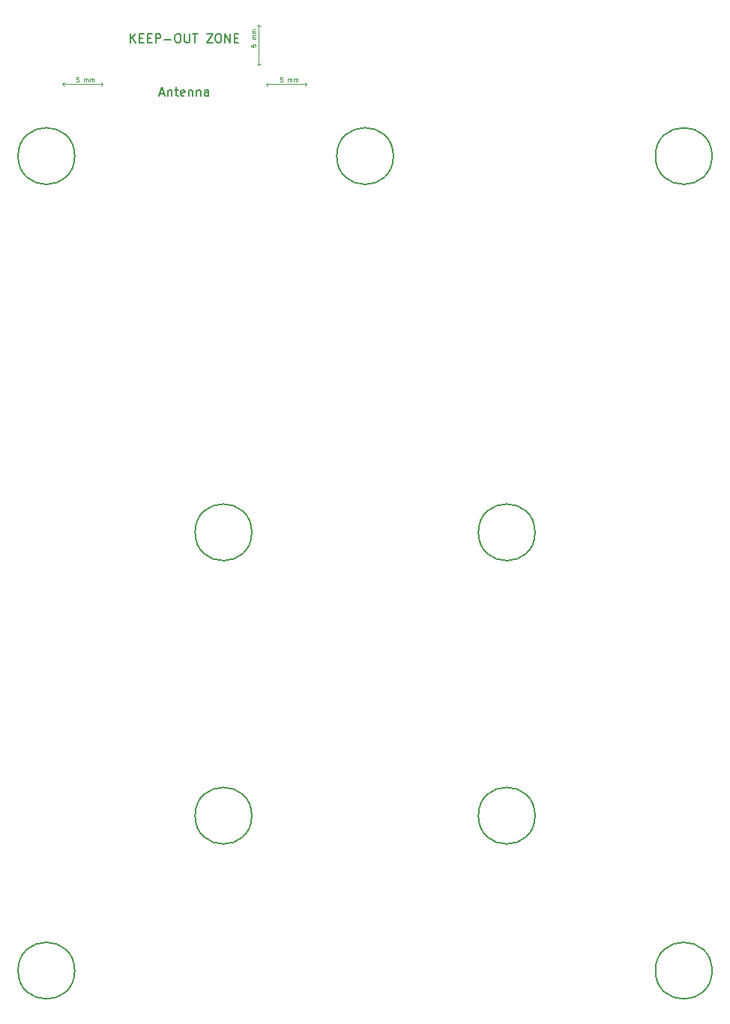
<source format=gbr>
%TF.GenerationSoftware,KiCad,Pcbnew,(6.0.7)*%
%TF.CreationDate,2022-09-24T23:46:27+02:00*%
%TF.ProjectId,airstream_controller,61697273-7472-4656-916d-5f636f6e7472,rev?*%
%TF.SameCoordinates,Original*%
%TF.FileFunction,Other,Comment*%
%FSLAX46Y46*%
G04 Gerber Fmt 4.6, Leading zero omitted, Abs format (unit mm)*
G04 Created by KiCad (PCBNEW (6.0.7)) date 2022-09-24 23:46:27*
%MOMM*%
%LPD*%
G01*
G04 APERTURE LIST*
%ADD10C,0.100000*%
%ADD11C,0.150000*%
G04 APERTURE END LIST*
D10*
%TO.C,U1*%
X50661904Y-15101190D02*
X50423809Y-15101190D01*
X50400000Y-15339285D01*
X50423809Y-15315476D01*
X50471428Y-15291666D01*
X50590476Y-15291666D01*
X50638095Y-15315476D01*
X50661904Y-15339285D01*
X50685714Y-15386904D01*
X50685714Y-15505952D01*
X50661904Y-15553571D01*
X50638095Y-15577380D01*
X50590476Y-15601190D01*
X50471428Y-15601190D01*
X50423809Y-15577380D01*
X50400000Y-15553571D01*
X51280952Y-15601190D02*
X51280952Y-15267857D01*
X51280952Y-15315476D02*
X51304761Y-15291666D01*
X51352380Y-15267857D01*
X51423809Y-15267857D01*
X51471428Y-15291666D01*
X51495238Y-15339285D01*
X51495238Y-15601190D01*
X51495238Y-15339285D02*
X51519047Y-15291666D01*
X51566666Y-15267857D01*
X51638095Y-15267857D01*
X51685714Y-15291666D01*
X51709523Y-15339285D01*
X51709523Y-15601190D01*
X51947619Y-15601190D02*
X51947619Y-15267857D01*
X51947619Y-15315476D02*
X51971428Y-15291666D01*
X52019047Y-15267857D01*
X52090476Y-15267857D01*
X52138095Y-15291666D01*
X52161904Y-15339285D01*
X52161904Y-15601190D01*
X52161904Y-15339285D02*
X52185714Y-15291666D01*
X52233333Y-15267857D01*
X52304761Y-15267857D01*
X52352380Y-15291666D01*
X52376190Y-15339285D01*
X52376190Y-15601190D01*
D11*
X33528571Y-11202380D02*
X33528571Y-10202380D01*
X34100000Y-11202380D02*
X33671428Y-10630952D01*
X34100000Y-10202380D02*
X33528571Y-10773809D01*
X34528571Y-10678571D02*
X34861904Y-10678571D01*
X35004761Y-11202380D02*
X34528571Y-11202380D01*
X34528571Y-10202380D01*
X35004761Y-10202380D01*
X35433333Y-10678571D02*
X35766666Y-10678571D01*
X35909523Y-11202380D02*
X35433333Y-11202380D01*
X35433333Y-10202380D01*
X35909523Y-10202380D01*
X36338095Y-11202380D02*
X36338095Y-10202380D01*
X36719047Y-10202380D01*
X36814285Y-10250000D01*
X36861904Y-10297619D01*
X36909523Y-10392857D01*
X36909523Y-10535714D01*
X36861904Y-10630952D01*
X36814285Y-10678571D01*
X36719047Y-10726190D01*
X36338095Y-10726190D01*
X37338095Y-10821428D02*
X38100000Y-10821428D01*
X38766666Y-10202380D02*
X38957142Y-10202380D01*
X39052380Y-10250000D01*
X39147619Y-10345238D01*
X39195238Y-10535714D01*
X39195238Y-10869047D01*
X39147619Y-11059523D01*
X39052380Y-11154761D01*
X38957142Y-11202380D01*
X38766666Y-11202380D01*
X38671428Y-11154761D01*
X38576190Y-11059523D01*
X38528571Y-10869047D01*
X38528571Y-10535714D01*
X38576190Y-10345238D01*
X38671428Y-10250000D01*
X38766666Y-10202380D01*
X39623809Y-10202380D02*
X39623809Y-11011904D01*
X39671428Y-11107142D01*
X39719047Y-11154761D01*
X39814285Y-11202380D01*
X40004761Y-11202380D01*
X40100000Y-11154761D01*
X40147619Y-11107142D01*
X40195238Y-11011904D01*
X40195238Y-10202380D01*
X40528571Y-10202380D02*
X41100000Y-10202380D01*
X40814285Y-11202380D02*
X40814285Y-10202380D01*
X42100000Y-10202380D02*
X42766666Y-10202380D01*
X42100000Y-11202380D01*
X42766666Y-11202380D01*
X43338095Y-10202380D02*
X43528571Y-10202380D01*
X43623809Y-10250000D01*
X43719047Y-10345238D01*
X43766666Y-10535714D01*
X43766666Y-10869047D01*
X43719047Y-11059523D01*
X43623809Y-11154761D01*
X43528571Y-11202380D01*
X43338095Y-11202380D01*
X43242857Y-11154761D01*
X43147619Y-11059523D01*
X43100000Y-10869047D01*
X43100000Y-10535714D01*
X43147619Y-10345238D01*
X43242857Y-10250000D01*
X43338095Y-10202380D01*
X44195238Y-11202380D02*
X44195238Y-10202380D01*
X44766666Y-11202380D01*
X44766666Y-10202380D01*
X45242857Y-10678571D02*
X45576190Y-10678571D01*
X45719047Y-11202380D02*
X45242857Y-11202380D01*
X45242857Y-10202380D01*
X45719047Y-10202380D01*
X36838095Y-16916666D02*
X37314285Y-16916666D01*
X36742857Y-17202380D02*
X37076190Y-16202380D01*
X37409523Y-17202380D01*
X37742857Y-16535714D02*
X37742857Y-17202380D01*
X37742857Y-16630952D02*
X37790476Y-16583333D01*
X37885714Y-16535714D01*
X38028571Y-16535714D01*
X38123809Y-16583333D01*
X38171428Y-16678571D01*
X38171428Y-17202380D01*
X38504761Y-16535714D02*
X38885714Y-16535714D01*
X38647619Y-16202380D02*
X38647619Y-17059523D01*
X38695238Y-17154761D01*
X38790476Y-17202380D01*
X38885714Y-17202380D01*
X39600000Y-17154761D02*
X39504761Y-17202380D01*
X39314285Y-17202380D01*
X39219047Y-17154761D01*
X39171428Y-17059523D01*
X39171428Y-16678571D01*
X39219047Y-16583333D01*
X39314285Y-16535714D01*
X39504761Y-16535714D01*
X39600000Y-16583333D01*
X39647619Y-16678571D01*
X39647619Y-16773809D01*
X39171428Y-16869047D01*
X40076190Y-16535714D02*
X40076190Y-17202380D01*
X40076190Y-16630952D02*
X40123809Y-16583333D01*
X40219047Y-16535714D01*
X40361904Y-16535714D01*
X40457142Y-16583333D01*
X40504761Y-16678571D01*
X40504761Y-17202380D01*
X40980952Y-16535714D02*
X40980952Y-17202380D01*
X40980952Y-16630952D02*
X41028571Y-16583333D01*
X41123809Y-16535714D01*
X41266666Y-16535714D01*
X41361904Y-16583333D01*
X41409523Y-16678571D01*
X41409523Y-17202380D01*
X42314285Y-17202380D02*
X42314285Y-16678571D01*
X42266666Y-16583333D01*
X42171428Y-16535714D01*
X41980952Y-16535714D01*
X41885714Y-16583333D01*
X42314285Y-17154761D02*
X42219047Y-17202380D01*
X41980952Y-17202380D01*
X41885714Y-17154761D01*
X41838095Y-17059523D01*
X41838095Y-16964285D01*
X41885714Y-16869047D01*
X41980952Y-16821428D01*
X42219047Y-16821428D01*
X42314285Y-16773809D01*
D10*
X27661904Y-15101190D02*
X27423809Y-15101190D01*
X27400000Y-15339285D01*
X27423809Y-15315476D01*
X27471428Y-15291666D01*
X27590476Y-15291666D01*
X27638095Y-15315476D01*
X27661904Y-15339285D01*
X27685714Y-15386904D01*
X27685714Y-15505952D01*
X27661904Y-15553571D01*
X27638095Y-15577380D01*
X27590476Y-15601190D01*
X27471428Y-15601190D01*
X27423809Y-15577380D01*
X27400000Y-15553571D01*
X28280952Y-15601190D02*
X28280952Y-15267857D01*
X28280952Y-15315476D02*
X28304761Y-15291666D01*
X28352380Y-15267857D01*
X28423809Y-15267857D01*
X28471428Y-15291666D01*
X28495238Y-15339285D01*
X28495238Y-15601190D01*
X28495238Y-15339285D02*
X28519047Y-15291666D01*
X28566666Y-15267857D01*
X28638095Y-15267857D01*
X28685714Y-15291666D01*
X28709523Y-15339285D01*
X28709523Y-15601190D01*
X28947619Y-15601190D02*
X28947619Y-15267857D01*
X28947619Y-15315476D02*
X28971428Y-15291666D01*
X29019047Y-15267857D01*
X29090476Y-15267857D01*
X29138095Y-15291666D01*
X29161904Y-15339285D01*
X29161904Y-15601190D01*
X29161904Y-15339285D02*
X29185714Y-15291666D01*
X29233333Y-15267857D01*
X29304761Y-15267857D01*
X29352380Y-15291666D01*
X29376190Y-15339285D01*
X29376190Y-15601190D01*
X47126190Y-11413095D02*
X47126190Y-11651190D01*
X47364285Y-11675000D01*
X47340476Y-11651190D01*
X47316666Y-11603571D01*
X47316666Y-11484523D01*
X47340476Y-11436904D01*
X47364285Y-11413095D01*
X47411904Y-11389285D01*
X47530952Y-11389285D01*
X47578571Y-11413095D01*
X47602380Y-11436904D01*
X47626190Y-11484523D01*
X47626190Y-11603571D01*
X47602380Y-11651190D01*
X47578571Y-11675000D01*
X47626190Y-10794047D02*
X47292857Y-10794047D01*
X47340476Y-10794047D02*
X47316666Y-10770238D01*
X47292857Y-10722619D01*
X47292857Y-10651190D01*
X47316666Y-10603571D01*
X47364285Y-10579761D01*
X47626190Y-10579761D01*
X47364285Y-10579761D02*
X47316666Y-10555952D01*
X47292857Y-10508333D01*
X47292857Y-10436904D01*
X47316666Y-10389285D01*
X47364285Y-10365476D01*
X47626190Y-10365476D01*
X47626190Y-10127380D02*
X47292857Y-10127380D01*
X47340476Y-10127380D02*
X47316666Y-10103571D01*
X47292857Y-10055952D01*
X47292857Y-9984523D01*
X47316666Y-9936904D01*
X47364285Y-9913095D01*
X47626190Y-9913095D01*
X47364285Y-9913095D02*
X47316666Y-9889285D01*
X47292857Y-9841666D01*
X47292857Y-9770238D01*
X47316666Y-9722619D01*
X47364285Y-9698809D01*
X47626190Y-9698809D01*
D11*
%TO.C,H6*%
X99200000Y-116000000D02*
G75*
G03*
X99200000Y-116000000I-3200000J0D01*
G01*
%TO.C,H7*%
X27200000Y-116000000D02*
G75*
G03*
X27200000Y-116000000I-3200000J0D01*
G01*
D10*
%TO.C,U1*%
X48800000Y-15875000D02*
X49000000Y-16075000D01*
X48800000Y-15875000D02*
X53400000Y-15875000D01*
X25800000Y-15875000D02*
X26000000Y-16075000D01*
X25800000Y-15875000D02*
X30400000Y-15875000D01*
X53400000Y-15875000D02*
X53200000Y-16075000D01*
X30400000Y-15875000D02*
X30200000Y-16075000D01*
X48000000Y-13750000D02*
X47800000Y-13550000D01*
X48000000Y-13750000D02*
X48200000Y-13550000D01*
X48000000Y-9150000D02*
X47800000Y-9350000D01*
X48000000Y-9150000D02*
X48200000Y-9350000D01*
X25800000Y-15875000D02*
X26000000Y-15675000D01*
X48800000Y-15875000D02*
X49000000Y-15675000D01*
X48000000Y-13750000D02*
X48000000Y-9150000D01*
X30400000Y-15875000D02*
X30200000Y-15675000D01*
X53400000Y-15875000D02*
X53200000Y-15675000D01*
D11*
%TO.C,H2*%
X47200000Y-98500000D02*
G75*
G03*
X47200000Y-98500000I-3200000J0D01*
G01*
%TO.C,H4*%
X79200000Y-66500000D02*
G75*
G03*
X79200000Y-66500000I-3200000J0D01*
G01*
%TO.C,H3*%
X79200000Y-98500000D02*
G75*
G03*
X79200000Y-98500000I-3200000J0D01*
G01*
%TO.C,H5*%
X99200000Y-24000000D02*
G75*
G03*
X99200000Y-24000000I-3200000J0D01*
G01*
%TO.C,H9*%
X63200000Y-24000000D02*
G75*
G03*
X63200000Y-24000000I-3200000J0D01*
G01*
%TO.C,H8*%
X27200000Y-24000000D02*
G75*
G03*
X27200000Y-24000000I-3200000J0D01*
G01*
%TO.C,H1*%
X47200000Y-66500000D02*
G75*
G03*
X47200000Y-66500000I-3200000J0D01*
G01*
%TD*%
M02*

</source>
